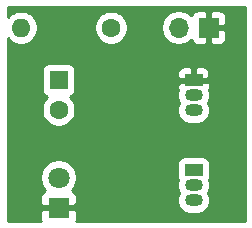
<source format=gbr>
G04 #@! TF.GenerationSoftware,KiCad,Pcbnew,(5.1.5)-3*
G04 #@! TF.CreationDate,2020-05-15T17:56:07+09:00*
G04 #@! TF.ProjectId,test2,74657374-322e-46b6-9963-61645f706362,rev?*
G04 #@! TF.SameCoordinates,Original*
G04 #@! TF.FileFunction,Copper,L2,Bot*
G04 #@! TF.FilePolarity,Positive*
%FSLAX46Y46*%
G04 Gerber Fmt 4.6, Leading zero omitted, Abs format (unit mm)*
G04 Created by KiCad (PCBNEW (5.1.5)-3) date 2020-05-15 17:56:07*
%MOMM*%
%LPD*%
G04 APERTURE LIST*
%ADD10R,1.600000X1.600000*%
%ADD11C,1.600000*%
%ADD12R,1.800000X1.800000*%
%ADD13C,1.800000*%
%ADD14R,1.700000X1.700000*%
%ADD15O,1.700000X1.700000*%
%ADD16R,1.500000X1.050000*%
%ADD17O,1.500000X1.050000*%
%ADD18O,1.600000X1.600000*%
%ADD19C,0.250000*%
%ADD20C,0.254000*%
G04 APERTURE END LIST*
D10*
X146050000Y-39370000D03*
D11*
X146050000Y-41870000D03*
D12*
X146050000Y-50165000D03*
D13*
X146050000Y-47625000D03*
D14*
X158750000Y-34925000D03*
D15*
X156210000Y-34925000D03*
D16*
X157480000Y-39370000D03*
D17*
X157480000Y-41910000D03*
X157480000Y-40640000D03*
X157480000Y-48260000D03*
X157480000Y-49530000D03*
D16*
X157480000Y-46990000D03*
D11*
X150495000Y-34925000D03*
D18*
X142875000Y-34925000D03*
D19*
X146050000Y-50165000D02*
X147200000Y-50165000D01*
X147200000Y-50165000D02*
X153035000Y-44330000D01*
X156480000Y-39370000D02*
X157480000Y-39370000D01*
X153035000Y-42815000D02*
X156480000Y-39370000D01*
X153035000Y-44330000D02*
X153035000Y-42815000D01*
X158750000Y-36025000D02*
X158750000Y-34925000D01*
X158750000Y-39100000D02*
X158750000Y-36025000D01*
X158480000Y-39370000D02*
X158750000Y-39100000D01*
X157480000Y-39370000D02*
X158480000Y-39370000D01*
D20*
G36*
X161798000Y-51308000D02*
G01*
X147539860Y-51308000D01*
X147575812Y-51189482D01*
X147588072Y-51065000D01*
X147585000Y-50450750D01*
X147426250Y-50292000D01*
X146177000Y-50292000D01*
X146177000Y-50312000D01*
X145923000Y-50312000D01*
X145923000Y-50292000D01*
X144673750Y-50292000D01*
X144515000Y-50450750D01*
X144511928Y-51065000D01*
X144524188Y-51189482D01*
X144560140Y-51308000D01*
X141732000Y-51308000D01*
X141732000Y-49265000D01*
X144511928Y-49265000D01*
X144515000Y-49879250D01*
X144673750Y-50038000D01*
X145923000Y-50038000D01*
X145923000Y-50018000D01*
X146177000Y-50018000D01*
X146177000Y-50038000D01*
X147426250Y-50038000D01*
X147585000Y-49879250D01*
X147588072Y-49265000D01*
X147575812Y-49140518D01*
X147539502Y-49020820D01*
X147480537Y-48910506D01*
X147401185Y-48813815D01*
X147304494Y-48734463D01*
X147194180Y-48675498D01*
X147175873Y-48669944D01*
X147242312Y-48603505D01*
X147410299Y-48352095D01*
X147448446Y-48260000D01*
X156089388Y-48260000D01*
X156111785Y-48487400D01*
X156178115Y-48706060D01*
X156279105Y-48895000D01*
X156178115Y-49083940D01*
X156111785Y-49302600D01*
X156089388Y-49530000D01*
X156111785Y-49757400D01*
X156178115Y-49976060D01*
X156285829Y-50177579D01*
X156430788Y-50354212D01*
X156607421Y-50499171D01*
X156808940Y-50606885D01*
X157027600Y-50673215D01*
X157198021Y-50690000D01*
X157761979Y-50690000D01*
X157932400Y-50673215D01*
X158151060Y-50606885D01*
X158352579Y-50499171D01*
X158529212Y-50354212D01*
X158674171Y-50177579D01*
X158781885Y-49976060D01*
X158848215Y-49757400D01*
X158870612Y-49530000D01*
X158848215Y-49302600D01*
X158781885Y-49083940D01*
X158680895Y-48895000D01*
X158781885Y-48706060D01*
X158848215Y-48487400D01*
X158870612Y-48260000D01*
X158848215Y-48032600D01*
X158784907Y-47823902D01*
X158819502Y-47759180D01*
X158855812Y-47639482D01*
X158868072Y-47515000D01*
X158868072Y-46465000D01*
X158855812Y-46340518D01*
X158819502Y-46220820D01*
X158760537Y-46110506D01*
X158681185Y-46013815D01*
X158584494Y-45934463D01*
X158474180Y-45875498D01*
X158354482Y-45839188D01*
X158230000Y-45826928D01*
X156730000Y-45826928D01*
X156605518Y-45839188D01*
X156485820Y-45875498D01*
X156375506Y-45934463D01*
X156278815Y-46013815D01*
X156199463Y-46110506D01*
X156140498Y-46220820D01*
X156104188Y-46340518D01*
X156091928Y-46465000D01*
X156091928Y-47515000D01*
X156104188Y-47639482D01*
X156140498Y-47759180D01*
X156175093Y-47823902D01*
X156111785Y-48032600D01*
X156089388Y-48260000D01*
X147448446Y-48260000D01*
X147526011Y-48072743D01*
X147585000Y-47776184D01*
X147585000Y-47473816D01*
X147526011Y-47177257D01*
X147410299Y-46897905D01*
X147242312Y-46646495D01*
X147028505Y-46432688D01*
X146777095Y-46264701D01*
X146497743Y-46148989D01*
X146201184Y-46090000D01*
X145898816Y-46090000D01*
X145602257Y-46148989D01*
X145322905Y-46264701D01*
X145071495Y-46432688D01*
X144857688Y-46646495D01*
X144689701Y-46897905D01*
X144573989Y-47177257D01*
X144515000Y-47473816D01*
X144515000Y-47776184D01*
X144573989Y-48072743D01*
X144689701Y-48352095D01*
X144857688Y-48603505D01*
X144924127Y-48669944D01*
X144905820Y-48675498D01*
X144795506Y-48734463D01*
X144698815Y-48813815D01*
X144619463Y-48910506D01*
X144560498Y-49020820D01*
X144524188Y-49140518D01*
X144511928Y-49265000D01*
X141732000Y-49265000D01*
X141732000Y-38570000D01*
X144611928Y-38570000D01*
X144611928Y-40170000D01*
X144624188Y-40294482D01*
X144660498Y-40414180D01*
X144719463Y-40524494D01*
X144798815Y-40621185D01*
X144895506Y-40700537D01*
X145005820Y-40759502D01*
X145101943Y-40788661D01*
X144935363Y-40955241D01*
X144778320Y-41190273D01*
X144670147Y-41451426D01*
X144615000Y-41728665D01*
X144615000Y-42011335D01*
X144670147Y-42288574D01*
X144778320Y-42549727D01*
X144935363Y-42784759D01*
X145135241Y-42984637D01*
X145370273Y-43141680D01*
X145631426Y-43249853D01*
X145908665Y-43305000D01*
X146191335Y-43305000D01*
X146468574Y-43249853D01*
X146729727Y-43141680D01*
X146964759Y-42984637D01*
X147164637Y-42784759D01*
X147321680Y-42549727D01*
X147429853Y-42288574D01*
X147485000Y-42011335D01*
X147485000Y-41728665D01*
X147429853Y-41451426D01*
X147321680Y-41190273D01*
X147164637Y-40955241D01*
X146998057Y-40788661D01*
X147094180Y-40759502D01*
X147204494Y-40700537D01*
X147278258Y-40640000D01*
X156089388Y-40640000D01*
X156111785Y-40867400D01*
X156178115Y-41086060D01*
X156279105Y-41275000D01*
X156178115Y-41463940D01*
X156111785Y-41682600D01*
X156089388Y-41910000D01*
X156111785Y-42137400D01*
X156178115Y-42356060D01*
X156285829Y-42557579D01*
X156430788Y-42734212D01*
X156607421Y-42879171D01*
X156808940Y-42986885D01*
X157027600Y-43053215D01*
X157198021Y-43070000D01*
X157761979Y-43070000D01*
X157932400Y-43053215D01*
X158151060Y-42986885D01*
X158352579Y-42879171D01*
X158529212Y-42734212D01*
X158674171Y-42557579D01*
X158781885Y-42356060D01*
X158848215Y-42137400D01*
X158870612Y-41910000D01*
X158848215Y-41682600D01*
X158781885Y-41463940D01*
X158680895Y-41275000D01*
X158781885Y-41086060D01*
X158848215Y-40867400D01*
X158870612Y-40640000D01*
X158848215Y-40412600D01*
X158784907Y-40203902D01*
X158819502Y-40139180D01*
X158855812Y-40019482D01*
X158868072Y-39895000D01*
X158865000Y-39655750D01*
X158706250Y-39497000D01*
X157933109Y-39497000D01*
X157932400Y-39496785D01*
X157761979Y-39480000D01*
X157198021Y-39480000D01*
X157027600Y-39496785D01*
X157026891Y-39497000D01*
X156253750Y-39497000D01*
X156095000Y-39655750D01*
X156091928Y-39895000D01*
X156104188Y-40019482D01*
X156140498Y-40139180D01*
X156175093Y-40203902D01*
X156111785Y-40412600D01*
X156089388Y-40640000D01*
X147278258Y-40640000D01*
X147301185Y-40621185D01*
X147380537Y-40524494D01*
X147439502Y-40414180D01*
X147475812Y-40294482D01*
X147488072Y-40170000D01*
X147488072Y-38845000D01*
X156091928Y-38845000D01*
X156095000Y-39084250D01*
X156253750Y-39243000D01*
X157353000Y-39243000D01*
X157353000Y-38368750D01*
X157607000Y-38368750D01*
X157607000Y-39243000D01*
X158706250Y-39243000D01*
X158865000Y-39084250D01*
X158868072Y-38845000D01*
X158855812Y-38720518D01*
X158819502Y-38600820D01*
X158760537Y-38490506D01*
X158681185Y-38393815D01*
X158584494Y-38314463D01*
X158474180Y-38255498D01*
X158354482Y-38219188D01*
X158230000Y-38206928D01*
X157765750Y-38210000D01*
X157607000Y-38368750D01*
X157353000Y-38368750D01*
X157194250Y-38210000D01*
X156730000Y-38206928D01*
X156605518Y-38219188D01*
X156485820Y-38255498D01*
X156375506Y-38314463D01*
X156278815Y-38393815D01*
X156199463Y-38490506D01*
X156140498Y-38600820D01*
X156104188Y-38720518D01*
X156091928Y-38845000D01*
X147488072Y-38845000D01*
X147488072Y-38570000D01*
X147475812Y-38445518D01*
X147439502Y-38325820D01*
X147380537Y-38215506D01*
X147301185Y-38118815D01*
X147204494Y-38039463D01*
X147094180Y-37980498D01*
X146974482Y-37944188D01*
X146850000Y-37931928D01*
X145250000Y-37931928D01*
X145125518Y-37944188D01*
X145005820Y-37980498D01*
X144895506Y-38039463D01*
X144798815Y-38118815D01*
X144719463Y-38215506D01*
X144660498Y-38325820D01*
X144624188Y-38445518D01*
X144611928Y-38570000D01*
X141732000Y-38570000D01*
X141732000Y-35797311D01*
X141760363Y-35839759D01*
X141960241Y-36039637D01*
X142195273Y-36196680D01*
X142456426Y-36304853D01*
X142733665Y-36360000D01*
X143016335Y-36360000D01*
X143293574Y-36304853D01*
X143554727Y-36196680D01*
X143789759Y-36039637D01*
X143989637Y-35839759D01*
X144146680Y-35604727D01*
X144254853Y-35343574D01*
X144310000Y-35066335D01*
X144310000Y-34783665D01*
X149060000Y-34783665D01*
X149060000Y-35066335D01*
X149115147Y-35343574D01*
X149223320Y-35604727D01*
X149380363Y-35839759D01*
X149580241Y-36039637D01*
X149815273Y-36196680D01*
X150076426Y-36304853D01*
X150353665Y-36360000D01*
X150636335Y-36360000D01*
X150913574Y-36304853D01*
X151174727Y-36196680D01*
X151409759Y-36039637D01*
X151609637Y-35839759D01*
X151766680Y-35604727D01*
X151874853Y-35343574D01*
X151930000Y-35066335D01*
X151930000Y-34783665D01*
X151929021Y-34778740D01*
X154725000Y-34778740D01*
X154725000Y-35071260D01*
X154782068Y-35358158D01*
X154894010Y-35628411D01*
X155056525Y-35871632D01*
X155263368Y-36078475D01*
X155506589Y-36240990D01*
X155776842Y-36352932D01*
X156063740Y-36410000D01*
X156356260Y-36410000D01*
X156643158Y-36352932D01*
X156913411Y-36240990D01*
X157156632Y-36078475D01*
X157288487Y-35946620D01*
X157310498Y-36019180D01*
X157369463Y-36129494D01*
X157448815Y-36226185D01*
X157545506Y-36305537D01*
X157655820Y-36364502D01*
X157775518Y-36400812D01*
X157900000Y-36413072D01*
X158464250Y-36410000D01*
X158623000Y-36251250D01*
X158623000Y-35052000D01*
X158877000Y-35052000D01*
X158877000Y-36251250D01*
X159035750Y-36410000D01*
X159600000Y-36413072D01*
X159724482Y-36400812D01*
X159844180Y-36364502D01*
X159954494Y-36305537D01*
X160051185Y-36226185D01*
X160130537Y-36129494D01*
X160189502Y-36019180D01*
X160225812Y-35899482D01*
X160238072Y-35775000D01*
X160235000Y-35210750D01*
X160076250Y-35052000D01*
X158877000Y-35052000D01*
X158623000Y-35052000D01*
X158603000Y-35052000D01*
X158603000Y-34798000D01*
X158623000Y-34798000D01*
X158623000Y-33598750D01*
X158877000Y-33598750D01*
X158877000Y-34798000D01*
X160076250Y-34798000D01*
X160235000Y-34639250D01*
X160238072Y-34075000D01*
X160225812Y-33950518D01*
X160189502Y-33830820D01*
X160130537Y-33720506D01*
X160051185Y-33623815D01*
X159954494Y-33544463D01*
X159844180Y-33485498D01*
X159724482Y-33449188D01*
X159600000Y-33436928D01*
X159035750Y-33440000D01*
X158877000Y-33598750D01*
X158623000Y-33598750D01*
X158464250Y-33440000D01*
X157900000Y-33436928D01*
X157775518Y-33449188D01*
X157655820Y-33485498D01*
X157545506Y-33544463D01*
X157448815Y-33623815D01*
X157369463Y-33720506D01*
X157310498Y-33830820D01*
X157288487Y-33903380D01*
X157156632Y-33771525D01*
X156913411Y-33609010D01*
X156643158Y-33497068D01*
X156356260Y-33440000D01*
X156063740Y-33440000D01*
X155776842Y-33497068D01*
X155506589Y-33609010D01*
X155263368Y-33771525D01*
X155056525Y-33978368D01*
X154894010Y-34221589D01*
X154782068Y-34491842D01*
X154725000Y-34778740D01*
X151929021Y-34778740D01*
X151874853Y-34506426D01*
X151766680Y-34245273D01*
X151609637Y-34010241D01*
X151409759Y-33810363D01*
X151174727Y-33653320D01*
X150913574Y-33545147D01*
X150636335Y-33490000D01*
X150353665Y-33490000D01*
X150076426Y-33545147D01*
X149815273Y-33653320D01*
X149580241Y-33810363D01*
X149380363Y-34010241D01*
X149223320Y-34245273D01*
X149115147Y-34506426D01*
X149060000Y-34783665D01*
X144310000Y-34783665D01*
X144254853Y-34506426D01*
X144146680Y-34245273D01*
X143989637Y-34010241D01*
X143789759Y-33810363D01*
X143554727Y-33653320D01*
X143293574Y-33545147D01*
X143016335Y-33490000D01*
X142733665Y-33490000D01*
X142456426Y-33545147D01*
X142195273Y-33653320D01*
X141960241Y-33810363D01*
X141760363Y-34010241D01*
X141732000Y-34052689D01*
X141732000Y-33147000D01*
X161798000Y-33147000D01*
X161798000Y-51308000D01*
G37*
X161798000Y-51308000D02*
X147539860Y-51308000D01*
X147575812Y-51189482D01*
X147588072Y-51065000D01*
X147585000Y-50450750D01*
X147426250Y-50292000D01*
X146177000Y-50292000D01*
X146177000Y-50312000D01*
X145923000Y-50312000D01*
X145923000Y-50292000D01*
X144673750Y-50292000D01*
X144515000Y-50450750D01*
X144511928Y-51065000D01*
X144524188Y-51189482D01*
X144560140Y-51308000D01*
X141732000Y-51308000D01*
X141732000Y-49265000D01*
X144511928Y-49265000D01*
X144515000Y-49879250D01*
X144673750Y-50038000D01*
X145923000Y-50038000D01*
X145923000Y-50018000D01*
X146177000Y-50018000D01*
X146177000Y-50038000D01*
X147426250Y-50038000D01*
X147585000Y-49879250D01*
X147588072Y-49265000D01*
X147575812Y-49140518D01*
X147539502Y-49020820D01*
X147480537Y-48910506D01*
X147401185Y-48813815D01*
X147304494Y-48734463D01*
X147194180Y-48675498D01*
X147175873Y-48669944D01*
X147242312Y-48603505D01*
X147410299Y-48352095D01*
X147448446Y-48260000D01*
X156089388Y-48260000D01*
X156111785Y-48487400D01*
X156178115Y-48706060D01*
X156279105Y-48895000D01*
X156178115Y-49083940D01*
X156111785Y-49302600D01*
X156089388Y-49530000D01*
X156111785Y-49757400D01*
X156178115Y-49976060D01*
X156285829Y-50177579D01*
X156430788Y-50354212D01*
X156607421Y-50499171D01*
X156808940Y-50606885D01*
X157027600Y-50673215D01*
X157198021Y-50690000D01*
X157761979Y-50690000D01*
X157932400Y-50673215D01*
X158151060Y-50606885D01*
X158352579Y-50499171D01*
X158529212Y-50354212D01*
X158674171Y-50177579D01*
X158781885Y-49976060D01*
X158848215Y-49757400D01*
X158870612Y-49530000D01*
X158848215Y-49302600D01*
X158781885Y-49083940D01*
X158680895Y-48895000D01*
X158781885Y-48706060D01*
X158848215Y-48487400D01*
X158870612Y-48260000D01*
X158848215Y-48032600D01*
X158784907Y-47823902D01*
X158819502Y-47759180D01*
X158855812Y-47639482D01*
X158868072Y-47515000D01*
X158868072Y-46465000D01*
X158855812Y-46340518D01*
X158819502Y-46220820D01*
X158760537Y-46110506D01*
X158681185Y-46013815D01*
X158584494Y-45934463D01*
X158474180Y-45875498D01*
X158354482Y-45839188D01*
X158230000Y-45826928D01*
X156730000Y-45826928D01*
X156605518Y-45839188D01*
X156485820Y-45875498D01*
X156375506Y-45934463D01*
X156278815Y-46013815D01*
X156199463Y-46110506D01*
X156140498Y-46220820D01*
X156104188Y-46340518D01*
X156091928Y-46465000D01*
X156091928Y-47515000D01*
X156104188Y-47639482D01*
X156140498Y-47759180D01*
X156175093Y-47823902D01*
X156111785Y-48032600D01*
X156089388Y-48260000D01*
X147448446Y-48260000D01*
X147526011Y-48072743D01*
X147585000Y-47776184D01*
X147585000Y-47473816D01*
X147526011Y-47177257D01*
X147410299Y-46897905D01*
X147242312Y-46646495D01*
X147028505Y-46432688D01*
X146777095Y-46264701D01*
X146497743Y-46148989D01*
X146201184Y-46090000D01*
X145898816Y-46090000D01*
X145602257Y-46148989D01*
X145322905Y-46264701D01*
X145071495Y-46432688D01*
X144857688Y-46646495D01*
X144689701Y-46897905D01*
X144573989Y-47177257D01*
X144515000Y-47473816D01*
X144515000Y-47776184D01*
X144573989Y-48072743D01*
X144689701Y-48352095D01*
X144857688Y-48603505D01*
X144924127Y-48669944D01*
X144905820Y-48675498D01*
X144795506Y-48734463D01*
X144698815Y-48813815D01*
X144619463Y-48910506D01*
X144560498Y-49020820D01*
X144524188Y-49140518D01*
X144511928Y-49265000D01*
X141732000Y-49265000D01*
X141732000Y-38570000D01*
X144611928Y-38570000D01*
X144611928Y-40170000D01*
X144624188Y-40294482D01*
X144660498Y-40414180D01*
X144719463Y-40524494D01*
X144798815Y-40621185D01*
X144895506Y-40700537D01*
X145005820Y-40759502D01*
X145101943Y-40788661D01*
X144935363Y-40955241D01*
X144778320Y-41190273D01*
X144670147Y-41451426D01*
X144615000Y-41728665D01*
X144615000Y-42011335D01*
X144670147Y-42288574D01*
X144778320Y-42549727D01*
X144935363Y-42784759D01*
X145135241Y-42984637D01*
X145370273Y-43141680D01*
X145631426Y-43249853D01*
X145908665Y-43305000D01*
X146191335Y-43305000D01*
X146468574Y-43249853D01*
X146729727Y-43141680D01*
X146964759Y-42984637D01*
X147164637Y-42784759D01*
X147321680Y-42549727D01*
X147429853Y-42288574D01*
X147485000Y-42011335D01*
X147485000Y-41728665D01*
X147429853Y-41451426D01*
X147321680Y-41190273D01*
X147164637Y-40955241D01*
X146998057Y-40788661D01*
X147094180Y-40759502D01*
X147204494Y-40700537D01*
X147278258Y-40640000D01*
X156089388Y-40640000D01*
X156111785Y-40867400D01*
X156178115Y-41086060D01*
X156279105Y-41275000D01*
X156178115Y-41463940D01*
X156111785Y-41682600D01*
X156089388Y-41910000D01*
X156111785Y-42137400D01*
X156178115Y-42356060D01*
X156285829Y-42557579D01*
X156430788Y-42734212D01*
X156607421Y-42879171D01*
X156808940Y-42986885D01*
X157027600Y-43053215D01*
X157198021Y-43070000D01*
X157761979Y-43070000D01*
X157932400Y-43053215D01*
X158151060Y-42986885D01*
X158352579Y-42879171D01*
X158529212Y-42734212D01*
X158674171Y-42557579D01*
X158781885Y-42356060D01*
X158848215Y-42137400D01*
X158870612Y-41910000D01*
X158848215Y-41682600D01*
X158781885Y-41463940D01*
X158680895Y-41275000D01*
X158781885Y-41086060D01*
X158848215Y-40867400D01*
X158870612Y-40640000D01*
X158848215Y-40412600D01*
X158784907Y-40203902D01*
X158819502Y-40139180D01*
X158855812Y-40019482D01*
X158868072Y-39895000D01*
X158865000Y-39655750D01*
X158706250Y-39497000D01*
X157933109Y-39497000D01*
X157932400Y-39496785D01*
X157761979Y-39480000D01*
X157198021Y-39480000D01*
X157027600Y-39496785D01*
X157026891Y-39497000D01*
X156253750Y-39497000D01*
X156095000Y-39655750D01*
X156091928Y-39895000D01*
X156104188Y-40019482D01*
X156140498Y-40139180D01*
X156175093Y-40203902D01*
X156111785Y-40412600D01*
X156089388Y-40640000D01*
X147278258Y-40640000D01*
X147301185Y-40621185D01*
X147380537Y-40524494D01*
X147439502Y-40414180D01*
X147475812Y-40294482D01*
X147488072Y-40170000D01*
X147488072Y-38845000D01*
X156091928Y-38845000D01*
X156095000Y-39084250D01*
X156253750Y-39243000D01*
X157353000Y-39243000D01*
X157353000Y-38368750D01*
X157607000Y-38368750D01*
X157607000Y-39243000D01*
X158706250Y-39243000D01*
X158865000Y-39084250D01*
X158868072Y-38845000D01*
X158855812Y-38720518D01*
X158819502Y-38600820D01*
X158760537Y-38490506D01*
X158681185Y-38393815D01*
X158584494Y-38314463D01*
X158474180Y-38255498D01*
X158354482Y-38219188D01*
X158230000Y-38206928D01*
X157765750Y-38210000D01*
X157607000Y-38368750D01*
X157353000Y-38368750D01*
X157194250Y-38210000D01*
X156730000Y-38206928D01*
X156605518Y-38219188D01*
X156485820Y-38255498D01*
X156375506Y-38314463D01*
X156278815Y-38393815D01*
X156199463Y-38490506D01*
X156140498Y-38600820D01*
X156104188Y-38720518D01*
X156091928Y-38845000D01*
X147488072Y-38845000D01*
X147488072Y-38570000D01*
X147475812Y-38445518D01*
X147439502Y-38325820D01*
X147380537Y-38215506D01*
X147301185Y-38118815D01*
X147204494Y-38039463D01*
X147094180Y-37980498D01*
X146974482Y-37944188D01*
X146850000Y-37931928D01*
X145250000Y-37931928D01*
X145125518Y-37944188D01*
X145005820Y-37980498D01*
X144895506Y-38039463D01*
X144798815Y-38118815D01*
X144719463Y-38215506D01*
X144660498Y-38325820D01*
X144624188Y-38445518D01*
X144611928Y-38570000D01*
X141732000Y-38570000D01*
X141732000Y-35797311D01*
X141760363Y-35839759D01*
X141960241Y-36039637D01*
X142195273Y-36196680D01*
X142456426Y-36304853D01*
X142733665Y-36360000D01*
X143016335Y-36360000D01*
X143293574Y-36304853D01*
X143554727Y-36196680D01*
X143789759Y-36039637D01*
X143989637Y-35839759D01*
X144146680Y-35604727D01*
X144254853Y-35343574D01*
X144310000Y-35066335D01*
X144310000Y-34783665D01*
X149060000Y-34783665D01*
X149060000Y-35066335D01*
X149115147Y-35343574D01*
X149223320Y-35604727D01*
X149380363Y-35839759D01*
X149580241Y-36039637D01*
X149815273Y-36196680D01*
X150076426Y-36304853D01*
X150353665Y-36360000D01*
X150636335Y-36360000D01*
X150913574Y-36304853D01*
X151174727Y-36196680D01*
X151409759Y-36039637D01*
X151609637Y-35839759D01*
X151766680Y-35604727D01*
X151874853Y-35343574D01*
X151930000Y-35066335D01*
X151930000Y-34783665D01*
X151929021Y-34778740D01*
X154725000Y-34778740D01*
X154725000Y-35071260D01*
X154782068Y-35358158D01*
X154894010Y-35628411D01*
X155056525Y-35871632D01*
X155263368Y-36078475D01*
X155506589Y-36240990D01*
X155776842Y-36352932D01*
X156063740Y-36410000D01*
X156356260Y-36410000D01*
X156643158Y-36352932D01*
X156913411Y-36240990D01*
X157156632Y-36078475D01*
X157288487Y-35946620D01*
X157310498Y-36019180D01*
X157369463Y-36129494D01*
X157448815Y-36226185D01*
X157545506Y-36305537D01*
X157655820Y-36364502D01*
X157775518Y-36400812D01*
X157900000Y-36413072D01*
X158464250Y-36410000D01*
X158623000Y-36251250D01*
X158623000Y-35052000D01*
X158877000Y-35052000D01*
X158877000Y-36251250D01*
X159035750Y-36410000D01*
X159600000Y-36413072D01*
X159724482Y-36400812D01*
X159844180Y-36364502D01*
X159954494Y-36305537D01*
X160051185Y-36226185D01*
X160130537Y-36129494D01*
X160189502Y-36019180D01*
X160225812Y-35899482D01*
X160238072Y-35775000D01*
X160235000Y-35210750D01*
X160076250Y-35052000D01*
X158877000Y-35052000D01*
X158623000Y-35052000D01*
X158603000Y-35052000D01*
X158603000Y-34798000D01*
X158623000Y-34798000D01*
X158623000Y-33598750D01*
X158877000Y-33598750D01*
X158877000Y-34798000D01*
X160076250Y-34798000D01*
X160235000Y-34639250D01*
X160238072Y-34075000D01*
X160225812Y-33950518D01*
X160189502Y-33830820D01*
X160130537Y-33720506D01*
X160051185Y-33623815D01*
X159954494Y-33544463D01*
X159844180Y-33485498D01*
X159724482Y-33449188D01*
X159600000Y-33436928D01*
X159035750Y-33440000D01*
X158877000Y-33598750D01*
X158623000Y-33598750D01*
X158464250Y-33440000D01*
X157900000Y-33436928D01*
X157775518Y-33449188D01*
X157655820Y-33485498D01*
X157545506Y-33544463D01*
X157448815Y-33623815D01*
X157369463Y-33720506D01*
X157310498Y-33830820D01*
X157288487Y-33903380D01*
X157156632Y-33771525D01*
X156913411Y-33609010D01*
X156643158Y-33497068D01*
X156356260Y-33440000D01*
X156063740Y-33440000D01*
X155776842Y-33497068D01*
X155506589Y-33609010D01*
X155263368Y-33771525D01*
X155056525Y-33978368D01*
X154894010Y-34221589D01*
X154782068Y-34491842D01*
X154725000Y-34778740D01*
X151929021Y-34778740D01*
X151874853Y-34506426D01*
X151766680Y-34245273D01*
X151609637Y-34010241D01*
X151409759Y-33810363D01*
X151174727Y-33653320D01*
X150913574Y-33545147D01*
X150636335Y-33490000D01*
X150353665Y-33490000D01*
X150076426Y-33545147D01*
X149815273Y-33653320D01*
X149580241Y-33810363D01*
X149380363Y-34010241D01*
X149223320Y-34245273D01*
X149115147Y-34506426D01*
X149060000Y-34783665D01*
X144310000Y-34783665D01*
X144254853Y-34506426D01*
X144146680Y-34245273D01*
X143989637Y-34010241D01*
X143789759Y-33810363D01*
X143554727Y-33653320D01*
X143293574Y-33545147D01*
X143016335Y-33490000D01*
X142733665Y-33490000D01*
X142456426Y-33545147D01*
X142195273Y-33653320D01*
X141960241Y-33810363D01*
X141760363Y-34010241D01*
X141732000Y-34052689D01*
X141732000Y-33147000D01*
X161798000Y-33147000D01*
X161798000Y-51308000D01*
M02*

</source>
